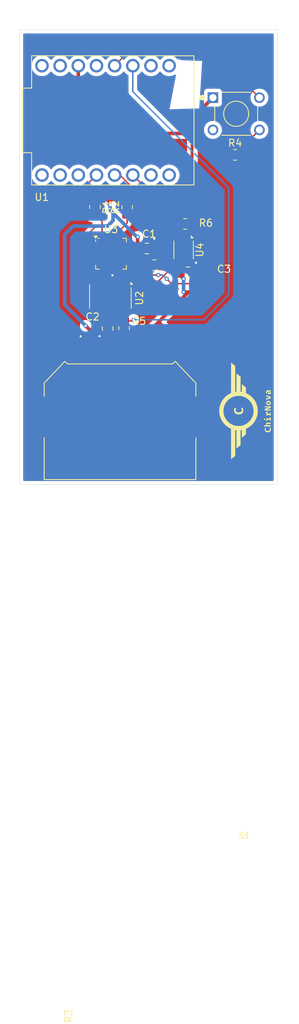
<source format=kicad_pcb>
(kicad_pcb (version 20240108) (generator "pcbnew") (generator_version "8.0")
  (layers (0 "F.Cu" signal) (31 "B.Cu" signal) (34 "B.Paste" user) (35 "F.Paste" user) (36 "B.SilkS" user "B.Silkscreen") (37 "F.SilkS" user "F.Silkscreen") (38 "B.Mask" user) (39 "F.Mask" user) (44 "Edge.Cuts" user))
  (net 0 "")
  (net 1 "3.3V")
  (net 2 "GND")
  (net 3 "SDA")
  (net 4 "SCL")
  (net 5 "Net-(U3-INT)")
  (net 6 "Net-(R4-Pad1)")
  (net 7 "Net-(U1-GPIO2)")
  (net 8 "Net-(U1-GPIO10)")
  (net 10 "Net-(U1-GPIO3)")
  (footprint "Sensor_Motion:InvenSense_QFN-24_4x4mm_P0.5mm" (layer "F.Cu") (at 118.825 148.225)
    (property "Reference" "U3" (at 0 -3.375 0) (layer "F.SilkS"))
    (property "Value" "MPU-6050")
    (fp_line (start -2.15 -1.685) (end -2.15 -1.91) (stroke (width 0.12)) (layer "F.SilkS"))
    (fp_line (start -2.15 2.15) (end -2.15 1.625) (stroke (width 0.12)) (layer "F.SilkS"))
    (fp_line (start -2.15 2.15) (end -1.625 2.15) (stroke (width 0.12)) (layer "F.SilkS"))
    (fp_line (start -1.625 -2.15) (end -1.85 -2.15) (stroke (width 0.12)) (layer "F.SilkS"))
    (fp_line (start 2.15 -2.15) (end 1.625 -2.15) (stroke (width 0.12)) (layer "F.SilkS"))
    (fp_line (start 2.15 -2.15) (end 2.15 -1.625) (stroke (width 0.12)) (layer "F.SilkS"))
    (fp_line (start 2.15 2.15) (end 1.625 2.15) (stroke (width 0.12)) (layer "F.SilkS"))
    (fp_line (start 2.15 2.15) (end 2.15 1.625) (stroke (width 0.12)) (layer "F.SilkS"))
    (fp_poly (pts (xy -2.15 -2.15) (xy -2.39 -2.48) (xy -1.91 -2.48) (xy -2.15 -2.15)) (stroke (width 0.12)) (fill solid) (layer "F.SilkS"))
    (pad "1" smd roundrect (at -1.95 -1.25) (size 0.85 0.3) (layers "F.Cu" "F.Paste" "F.Mask"))
    (pad "2" smd roundrect (at -1.95 -0.75) (size 0.85 0.3) (layers "F.Cu" "F.Paste" "F.Mask"))
    (pad "3" smd roundrect (at -1.95 -0.25) (size 0.85 0.3) (layers "F.Cu" "F.Paste" "F.Mask"))
    (pad "4" smd roundrect (at -1.95 0.25) (size 0.85 0.3) (layers "F.Cu" "F.Paste" "F.Mask"))
    (pad "5" smd roundrect (at -1.95 0.75) (size 0.85 0.3) (layers "F.Cu" "F.Paste" "F.Mask"))
    (pad "6" smd roundrect (at -1.95 1.25) (size 0.85 0.3) (layers "F.Cu" "F.Paste" "F.Mask"))
    (pad "7" smd roundrect (at -1.25 1.95 90) (size 0.85 0.3) (layers "F.Cu" "F.Paste" "F.Mask"))
    (pad "8" smd roundrect (at -0.75 1.95 90) (size 0.85 0.3) (layers "F.Cu" "F.Paste" "F.Mask"))
    (pad "9" smd roundrect (at -0.25 1.95 90) (size 0.85 0.3) (layers "F.Cu" "F.Paste" "F.Mask") (net 2 "GND"))
    (pad "10" smd roundrect (at 0.25 1.95 90) (size 0.85 0.3) (layers "F.Cu" "F.Paste" "F.Mask"))
    (pad "11" smd roundrect (at 0.75 1.95 90) (size 0.85 0.3) (layers "F.Cu" "F.Paste" "F.Mask") (net 2 "GND"))
    (pad "12" smd roundrect (at 1.25 1.95 90) (size 0.85 0.3) (layers "F.Cu" "F.Paste" "F.Mask") (net 5 "Net-(U3-INT)"))
    (pad "13" smd roundrect (at 1.95 1.25) (size 0.85 0.3) (layers "F.Cu" "F.Paste" "F.Mask") (net 1 "3.3V"))
    (pad "14" smd roundrect (at 1.95 0.75) (size 0.85 0.3) (layers "F.Cu" "F.Paste" "F.Mask"))
    (pad "15" smd roundrect (at 1.95 0.25) (size 0.85 0.3) (layers "F.Cu" "F.Paste" "F.Mask"))
    (pad "16" smd roundrect (at 1.95 -0.25) (size 0.85 0.3) (layers "F.Cu" "F.Paste" "F.Mask"))
    (pad "17" smd roundrect (at 1.95 -0.75) (size 0.85 0.3) (layers "F.Cu" "F.Paste" "F.Mask"))
    (pad "18" smd roundrect (at 1.95 -1.25) (size 0.85 0.3) (layers "F.Cu" "F.Paste" "F.Mask") (net 2 "GND"))
    (pad "19" smd roundrect (at 1.25 -1.95 90) (size 0.85 0.3) (layers "F.Cu" "F.Paste" "F.Mask"))
    (pad "20" smd roundrect (at 0.75 -1.95 90) (size 0.85 0.3) (layers "F.Cu" "F.Paste" "F.Mask"))
    (pad "21" smd roundrect (at 0.25 -1.95 90) (size 0.85 0.3) (layers "F.Cu" "F.Paste" "F.Mask"))
    (pad "22" smd roundrect (at -0.25 -1.95 90) (size 0.85 0.3) (layers "F.Cu" "F.Paste" "F.Mask"))
    (pad "23" smd roundrect (at -0.75 -1.95 90) (size 0.85 0.3) (layers "F.Cu" "F.Paste" "F.Mask") (net 4 "SCL"))
    (pad "24" smd roundrect (at -1.25 -1.95 90) (size 0.85 0.3) (layers "F.Cu" "F.Paste" "F.Mask") (net 3 "SDA"))
    (zone (net 0) (net_name "") (layer "F.Cu") (connect_pads (clearance 0)) (min_thickness 0.254)
      (keepout (tracks not_allowed) (vias not_allowed) (pads not_allowed) (copperpour not_allowed) (footprints allowed))
      (fill (thermal_gap 0.508) (thermal_bridge_width 0.508))
      (polygon (pts (xy 117.45 146.9) (xy 120.2 146.9) (xy 120.2 149.55) (xy 117.45 149.55)))
    )
  )
  (footprint "Capacitor_SMD:C_0805_2012Metric_Pad1.18x1.45mm_HandSolder" (layer "F.Cu") (at 118.35 158.6625 -90)
    (property "Reference" "C2" (at -1.6425 2.11 180) (layer "F.SilkS"))
    (property "Value" "0.1u")
    (fp_line (start -0.261252 0.735) (end 0.261252 0.735) (stroke (width 0.12)) (layer "F.SilkS"))
    (fp_line (start -0.261252 -0.735) (end 0.261252 -0.735) (stroke (width 0.12)) (layer "F.SilkS"))
    (pad "1" smd roundrect (at -1.0375 0 270) (size 1.175 1.45) (layers "F.Cu" "F.Paste" "F.Mask") (roundrect_rratio 0.212766) (net 1 "3.3V"))
    (pad "2" smd roundrect (at 1.0375 0 270) (size 1.175 1.45) (layers "F.Cu" "F.Paste" "F.Mask") (roundrect_rratio 0.212766) (net 2 "GND"))
  )
  (footprint "Resistor_SMD:R_0805_2012Metric_Pad1.20x1.40mm_HandSolder" (layer "F.Cu") (at 121.075 141.75 90)
    (property "Reference" "R2" (at 0 -1.65 90) (layer "F.SilkS"))
    (property "Value" "4.7k")
    (fp_line (start -0.227064 -0.735) (end 0.227064 -0.735) (stroke (width 0.12)) (layer "F.SilkS"))
    (fp_line (start -0.227064 0.735) (end 0.227064 0.735) (stroke (width 0.12)) (layer "F.SilkS"))
    (pad "1" smd roundrect (at -1 0 90) (size 1.2 1.4) (layers "F.Cu" "F.Paste" "F.Mask") (roundrect_rratio 0.208333) (net 4 "SCL"))
    (pad "2" smd roundrect (at 1 0 90) (size 1.2 1.4) (layers "F.Cu" "F.Paste" "F.Mask") (roundrect_rratio 0.208333) (net 1 "3.3V"))
  )
  (footprint "Resistor_SMD:R_0805_2012Metric_Pad1.20x1.40mm_HandSolder" (layer "F.Cu") (at 124.875 149.825)
    (property "Reference" "R3" (at -11.9725 104.665 -90) (layer "F.SilkS"))
    (property "Value" "10k")
    (fp_line (start -0.227064 -0.735) (end 0.227064 -0.735) (stroke (width 0.12)) (layer "F.SilkS"))
    (fp_line (start -0.227064 0.735) (end 0.227064 0.735) (stroke (width 0.12)) (layer "F.SilkS"))
    (pad "1" smd roundrect (at -1 0) (size 1.2 1.4) (layers "F.Cu" "F.Paste" "F.Mask") (roundrect_rratio 0.208333) (net 5 "Net-(U3-INT)"))
    (pad "2" smd roundrect (at 1 0) (size 1.2 1.4) (layers "F.Cu" "F.Paste" "F.Mask") (roundrect_rratio 0.208333) (net 2 "GND"))
  )
  (footprint "Capacitor_SMD:C_0805_2012Metric_Pad1.18x1.45mm_HandSolder" (layer "F.Cu") (at 129.5625 150.825 180)
    (property "Reference" "C3" (at -5.0675 0.455 0) (layer "F.SilkS"))
    (property "Value" "0.1u")
    (fp_line (start -0.261252 0.735) (end 0.261252 0.735) (stroke (width 0.12)) (layer "F.SilkS"))
    (fp_line (start -0.261252 -0.735) (end 0.261252 -0.735) (stroke (width 0.12)) (layer "F.SilkS"))
    (pad "1" smd roundrect (at -1.0375 0 180) (size 1.175 1.45) (layers "F.Cu" "F.Paste" "F.Mask") (roundrect_rratio 0.212766) (net 2 "GND"))
    (pad "2" smd roundrect (at 1.0375 0 180) (size 1.175 1.45) (layers "F.Cu" "F.Paste" "F.Mask") (roundrect_rratio 0.212766) (net 1 "3.3V"))
  )
  (footprint "Capacitor_SMD:C_0805_2012Metric_Pad1.18x1.45mm_HandSolder" (layer "F.Cu") (at 123.8375 147.5 180)
    (property "Reference" "C1" (at -0.3125 2.03 0) (layer "F.SilkS"))
    (property "Value" "0.1u")
    (fp_line (start -0.261252 0.735) (end 0.261252 0.735) (stroke (width 0.12)) (layer "F.SilkS"))
    (fp_line (start -0.261252 -0.735) (end 0.261252 -0.735) (stroke (width 0.12)) (layer "F.SilkS"))
    (pad "1" smd roundrect (at -1.0375 0 180) (size 1.175 1.45) (layers "F.Cu" "F.Paste" "F.Mask") (roundrect_rratio 0.212766) (net 2 "GND"))
    (pad "2" smd roundrect (at 1.0375 0 180) (size 1.175 1.45) (layers "F.Cu" "F.Paste" "F.Mask") (roundrect_rratio 0.212766) (net 1 "3.3V"))
  )
  (footprint "Module:ESP32 C3_MINI" (layer "F.Cu") (at 119.07 129.645 90)
    (property "Reference" "U1" (at -10.705 -9.92 180) (layer "F.SilkS"))
    (property "Value" "ESP32-C3_SUPERMINI_TH")
    (fp_line (start 4.5 -12.65) (end -4.5 -12.65) (stroke (width 0.127)) (layer "F.SilkS"))
    (fp_line (start 4.5 -12.65) (end 4.5 -11.35) (stroke (width 0.127)) (layer "F.SilkS"))
    (fp_line (start -4.5 -12.65) (end -4.5 -11.35) (stroke (width 0.127)) (layer "F.SilkS"))
    (fp_line (start 9 -11.35) (end 4.5 -11.35) (stroke (width 0.127)) (layer "F.SilkS"))
    (fp_line (start -4.5 -11.35) (end -9 -11.35) (stroke (width 0.127)) (layer "F.SilkS"))
    (fp_line (start 9 11.35) (end 9 -11.35) (stroke (width 0.127)) (layer "F.SilkS"))
    (fp_line (start 9 11.35) (end -9 11.35) (stroke (width 0.127)) (layer "F.SilkS"))
    (fp_line (start -9 11.35) (end -9 -11.35) (stroke (width 0.127)) (layer "F.SilkS"))
    (pad "0" thru_hole circle (at 7.62 7.88 90) (size 1.905 1.905) (drill 1.27) (layers "*.Cu" "*.Mask"))
    (pad "1" thru_hole circle (at 7.62 5.34 90) (size 1.905 1.905) (drill 1.27) (layers "*.Cu" "*.Mask"))
    (pad "2" thru_hole circle (at 7.62 2.8 90) (size 1.905 1.905) (drill 1.27) (layers "*.Cu" "*.Mask") (net 7 "Net-(U1-GPIO2)"))
    (pad "3" thru_hole circle (at 7.62 0.26 90) (size 1.905 1.905) (drill 1.27) (layers "*.Cu" "*.Mask") (net 10 "Net-(U1-GPIO3)"))
    (pad "3.3" thru_hole circle (at 7.62 -4.82 90) (size 1.905 1.905) (drill 1.27) (layers "*.Cu" "*.Mask") (net 1 "3.3V"))
    (pad "4" thru_hole circle (at 7.62 -2.28 90) (size 1.905 1.905) (drill 1.27) (layers "*.Cu" "*.Mask"))
    (pad "5" thru_hole circle (at -7.62 -9.9 90) (size 1.905 1.905) (drill 1.27) (layers "*.Cu" "*.Mask"))
    (pad "5V" thru_hole circle (at 7.62 -9.9 90) (size 1.905 1.905) (drill 1.27) (layers "*.Cu" "*.Mask"))
    (pad "6" thru_hole circle (at -7.62 -7.36 90) (size 1.905 1.905) (drill 1.27) (layers "*.Cu" "*.Mask"))
    (pad "7" thru_hole circle (at -7.62 -4.82 90) (size 1.905 1.905) (drill 1.27) (layers "*.Cu" "*.Mask"))
    (pad "8" thru_hole circle (at -7.62 -2.28 90) (size 1.905 1.905) (drill 1.27) (layers "*.Cu" "*.Mask") (net 3 "SDA"))
    (pad "9" thru_hole circle (at -7.62 0.26 90) (size 1.905 1.905) (drill 1.27) (layers "*.Cu" "*.Mask") (net 4 "SCL"))
    (pad "10" thru_hole circle (at -7.62 2.8 90) (size 1.905 1.905) (drill 1.27) (layers "*.Cu" "*.Mask") (net 8 "Net-(U1-GPIO10)"))
    (pad "20" thru_hole circle (at -7.62 5.34 90) (size 1.905 1.905) (drill 1.27) (layers "*.Cu" "*.Mask"))
    (pad "21" thru_hole circle (at -7.62 7.88 90) (size 1.905 1.905) (drill 1.27) (layers "*.Cu" "*.Mask"))
    (pad "G" thru_hole circle (at 7.62 -7.36 90) (size 1.905 1.905) (drill 1.27) (layers "*.Cu" "*.Mask"))
  )
  (footprint "3034:BAT_3034" (layer "F.Cu") (at 120.08 170.98)
    (property "Reference" "BT1" (hide yes))
    (property "Value" "3034")
    (fp_line (start -10.605 -4.72297) (end -10.605 -2.9) (stroke (width 0.127)) (layer "F.SilkS"))
    (fp_line (start -10.605 8.7286) (end -10.605 2.9) (stroke (width 0.127)) (layer "F.SilkS"))
    (fp_line (start -10.605 8.7286) (end 10.605 8.7286) (stroke (width 0.127)) (layer "F.SilkS"))
    (fp_line (start -7.73413 -7.74146) (end -10.605 -4.72297) (stroke (width 0.127)) (layer "F.SilkS"))
    (fp_line (start -7.73413 -7.74146) (end -7.366 -7.3914) (stroke (width 0.127)) (layer "F.SilkS"))
    (fp_line (start -7.366 -7.3914) (end 7.366 -7.3914) (stroke (width 0.127)) (layer "F.SilkS"))
    (fp_line (start 7.366 -7.3914) (end 7.73413 -7.74146) (stroke (width 0.127)) (layer "F.SilkS"))
    (fp_line (start 7.73413 -7.74146) (end 10.605 -4.72297) (stroke (width 0.127)) (layer "F.SilkS"))
    (fp_line (start 10.605 -4.72297) (end 10.605 -2.9) (stroke (width 0.127)) (layer "F.SilkS"))
    (fp_line (start 10.605 8.7286) (end 10.605 2.9) (stroke (width 0.127)) (layer "F.SilkS"))
    (pad "N" smd rect (at 0 0) (size 3.96 3.96) (layers "F.Cu" "F.Mask") (net 2 "GND"))
    (pad "P1" smd rect (at -10.985 0) (size 1.27 5.08) (layers "F.Cu" "F.Paste" "F.Mask") (net 1 "3.3V"))
    (pad "P2" smd rect (at 10.985 0) (size 1.27 5.08) (layers "F.Cu" "F.Paste" "F.Mask") (net 1 "3.3V"))
  )
  (footprint "Resistor_SMD:R_0805_2012Metric_Pad1.20x1.40mm_HandSolder" (layer "F.Cu") (at 136.175 134.45)
    (property "Reference" "R4" (at 0 -1.65 0) (layer "F.SilkS"))
    (property "Value" "10k")
    (fp_line (start -0.227064 -0.735) (end 0.227064 -0.735) (stroke (width 0.12)) (layer "F.SilkS"))
    (fp_line (start -0.227064 0.735) (end 0.227064 0.735) (stroke (width 0.12)) (layer "F.SilkS"))
    (pad "1" smd roundrect (at -1 0) (size 1.2 1.4) (layers "F.Cu" "F.Paste" "F.Mask") (roundrect_rratio 0.208333) (net 6 "Net-(R4-Pad1)"))
    (pad "2" smd roundrect (at 1 0) (size 1.2 1.4) (layers "F.Cu" "F.Paste" "F.Mask") (roundrect_rratio 0.208333) (net 2 "GND"))
  )
  (footprint "Resistor_SMD:R_0805_2012Metric_Pad1.20x1.40mm_HandSolder" (layer "F.Cu") (at 116.575 141.725 -90)
    (property "Reference" "R1" (at 0 -1.65 90) (layer "F.SilkS"))
    (property "Value" "4.7k")
    (fp_line (start -0.227064 0.735) (end 0.227064 0.735) (stroke (width 0.12)) (layer "F.SilkS"))
    (fp_line (start -0.227064 -0.735) (end 0.227064 -0.735) (stroke (width 0.12)) (layer "F.SilkS"))
    (pad "1" smd roundrect (at -1 0 270) (size 1.2 1.4) (layers "F.Cu" "F.Paste" "F.Mask") (roundrect_rratio 0.208333) (net 1 "3.3V"))
    (pad "2" smd roundrect (at 1 0 270) (size 1.2 1.4) (layers "F.Cu" "F.Paste" "F.Mask") (roundrect_rratio 0.208333) (net 3 "SDA"))
  )
  (footprint "Button_Switch_THT:SW_FSM8JH" (layer "F.Cu") (at 136.325 128.725)
    (property "Reference" "S1" (at 1.1425 100.59 0) (layer "F.SilkS") (effects (font (size 0.801197 0.801197))))
    (property "Value" "FSM8JH")
    (fp_line (start -3 -1) (end -3 1) (stroke (width 0.127)) (layer "F.SilkS"))
    (fp_line (start -2 -3) (end 2 -3) (stroke (width 0.127)) (layer "F.SilkS"))
    (fp_line (start -2 3) (end 2 3) (stroke (width 0.127)) (layer "F.SilkS"))
    (fp_line (start 3 -1) (end 3 1) (stroke (width 0.127)) (layer "F.SilkS"))
    (fp_circle (center -4.75 -2.25) (end -4.55 -2.25) (stroke (width 0.4)) (fill none) (layer "F.SilkS"))
    (fp_circle (center 0 0) (end 1.75 0) (stroke (width 0.127)) (fill none) (layer "F.SilkS"))
    (pad "1" thru_hole rect (at -3.25 -2.25) (size 1.498 1.498) (drill 0.99) (layers "*.Cu" "*.Mask") (net 1 "3.3V"))
    (pad "2" thru_hole circle (at -3.25 2.25) (size 1.498 1.498) (drill 0.99) (layers "*.Cu" "*.Mask"))
    (pad "3" thru_hole circle (at 3.25 -2.25) (size 1.498 1.498) (drill 0.99) (layers "*.Cu" "*.Mask") (net 10 "Net-(U1-GPIO3)"))
    (pad "4" thru_hole circle (at 3.25 2.25) (size 1.498 1.498) (drill 0.99) (layers "*.Cu" "*.Mask") (net 6 "Net-(R4-Pad1)"))
  )
  (footprint "LOGO" (layer "F.Cu") (at 137.58 170.14 90)
    (property "Reference" "G***" (hide yes))
    (property "Value" "LOGO" (hide yes))
    (fp_poly (pts (xy -1.117403 2.614413) (xy -1.075636 2.637684) (xy -1.054329 2.674574) (xy -1.050517 2.707583) (xy -1.0595 2.755063) (xy -1.087634 2.787108) (xy -1.11465 2.800063) (xy -1.145139 2.80999) (xy -1.164444 2.811871) (xy -1.184987 2.805923) (xy -1.196126 2.801484) (xy -1.223847 2.78292) (xy -1.243024 2.761976) (xy -1.260584 2.719326) (xy -1.25712 2.678137) (xy -1.23644 2.64288) (xy -1.202351 2.618027) (xy -1.15866 2.608051)) (fill solid) (layer "F.SilkS"))
    (fp_poly (pts (xy -1.155918 2.939215) (xy -1.107435 2.940337) (xy -1.076345 2.942784) (xy -1.058841 2.947029) (xy -1.051114 2.953547) (xy -1.049407 2.960832) (xy -1.049009 2.979865) (xy -1.048573 3.019546) (xy -1.048135 3.075515) (xy -1.047727 3.143408) (xy -1.047392 3.217209) (xy -1.046487 3.451699) (xy -0.962984 3.451699) (xy -0.879481 3.451699) (xy -0.878746 3.51423) (xy -0.878011 3.57676) (xy -1.13935 3.57676) (xy -1.400689 3.57676) (xy -1.400689 3.51423) (xy -1.400689 3.451699) (xy -1.313146 3.451699) (xy -1.225603 3.451699) (xy -1.225603 3.257854) (xy -1.225603 3.064008) (xy -1.313146 3.064008) (xy -1.400689 3.064008) (xy -1.400689 3.001477) (xy -1.400689 2.938947) (xy -1.225603 2.938947)) (fill solid) (layer "F.SilkS"))
    (fp_poly (pts (xy 1.760908 2.979592) (xy 1.76759 3.005355) (xy 1.778813 3.050327) (xy 1.793316 3.109384) (xy 1.80984 3.177406) (xy 1.8209 3.223308) (xy 1.837422 3.290575) (xy 1.852335 3.348449) (xy 1.864553 3.392932) (xy 1.87299 3.420027) (xy 1.876167 3.426533) (xy 1.881143 3.415067) (xy 1.891235 3.382998) (xy 1.905397 3.333964) (xy 1.922584 3.271602) (xy 1.94175 3.19955) (xy 1.945301 3.185943) (xy 2.007938 2.9452) (xy 2.099818 2.941494) (xy 2.148469 2.940523) (xy 2.176028 2.942853) (xy 2.186265 2.949031) (xy 2.185974 2.954) (xy 2.180689 2.969923) (xy 2.168806 3.006259) (xy 2.151426 3.059625) (xy 2.129651 3.126636) (xy 2.104581 3.203907) (xy 2.082036 3.273486) (xy 1.983822 3.57676) (xy 1.874666 3.57676) (xy 1.765511 3.57676) (xy 1.65912 3.257854) (xy 1.55273 2.938947) (xy 1.651208 2.938947) (xy 1.749686 2.938947)) (fill solid) (layer "F.SilkS"))
    (fp_poly (pts (xy -1.988478 2.824087) (xy -1.988478 2.987635) (xy -1.918425 2.950785) (xy -1.854549 2.923467) (xy -1.799913 2.915407) (xy -1.74839 2.926126) (xy -1.726738 2.935839) (xy -1.698003 2.951485) (xy -1.675852 2.967691) (xy -1.659392 2.987809) (xy -1.647728 3.015192) (xy -1.639966 3.05319) (xy -1.635213 3.105156) (xy -1.632573 3.174442) (xy -1.631153 3.264399) (xy -1.630837 3.295362) (xy -1.628235 3.564254) (xy -1.720814 3.564254) (xy -1.813392 3.564254) (xy -1.813392 3.332068) (xy -1.814091 3.249776) (xy -1.816066 3.179251) (xy -1.819137 3.124077) (xy -1.823123 3.087836) (xy -1.826338 3.075692) (xy -1.849542 3.05576) (xy -1.884313 3.052777) (xy -1.924225 3.066318) (xy -1.95 3.083879) (xy -1.988478 3.116256) (xy -1.988478 3.340255) (xy -1.988478 3.564254) (xy -2.082274 3.564254) (xy -2.176071 3.564254) (xy -2.176071 3.120286) (xy -2.176071 2.676317) (xy -2.129173 2.67618) (xy -2.082432 2.673819) (xy -2.035615 2.66833) (xy -2.035376 2.66829) (xy -1.988478 2.660539)) (fill solid) (layer "F.SilkS"))
    (fp_poly (pts (xy 0.184115 2.741522) (xy 0.305699 2.745101) (xy 0.407691 3.067684) (xy 0.434984 3.153218) (xy 0.460241 3.23088) (xy 0.482387 3.297483) (xy 0.500347 3.349837) (xy 0.513046 3.384753) (xy 0.519407 3.399042) (xy 0.519464 3.399097) (xy 0.523341 3.396846) (xy 0.519186 3.382915) (xy 0.516166 3.363828) (xy 0.513018 3.323468) (xy 0.509921 3.265573) (xy 0.507055 3.193878) (xy 0.504598 3.112123) (xy 0.503169 3.048375) (xy 0.497209 2.738848) (xy 0.573765 2.738848) (xy 0.65032 2.738848) (xy 0.65032 3.158274) (xy 0.65032 3.577699) (xy 0.535455 3.574103) (xy 0.42059 3.570507) (xy 0.310754 3.239094) (xy 0.282887 3.156089) (xy 0.258021 3.084112) (xy 0.237057 3.025601) (xy 0.220898 2.982995) (xy 0.210443 2.958731) (xy 0.206595 2.955248) (xy 0.206746 2.957706) (xy 0.208791 2.98467) (xy 0.211266 3.032259) (xy 0.213989 3.096093) (xy 0.216781 3.171792) (xy 0.219461 3.254976) (xy 0.220542 3.292245) (xy 0.228508 3.57676) (xy 0.14552 3.57676) (xy 0.062531 3.57676) (xy 0.062531 3.157351) (xy 0.062531 2.737942)) (fill solid) (layer "F.SilkS"))
    (fp_poly (pts (xy -0.126806 2.925971) (xy -0.079464 2.938719) (xy -0.095559 3.060768) (xy -0.102461 3.113675) (xy -0.107981 3.157071) (xy -0.111383 3.185111) (xy -0.112105 3.192196) (xy -0.123576 3.197795) (xy -0.152073 3.20115) (xy -0.168833 3.201576) (xy -0.225111 3.201576) (xy -0.225111 3.145298) (xy -0.228588 3.10683) (xy -0.240495 3.090382) (xy -0.263043 3.095262) (xy -0.298444 3.120775) (xy -0.299736 3.121859) (xy -0.342978 3.167539) (xy -0.370606 3.221139) (xy -0.384716 3.288125) (xy -0.387691 3.351151) (xy -0.387691 3.451699) (xy -0.32516 3.451699) (xy -0.262629 3.451699) (xy -0.262629 3.51423) (xy -0.262629 3.57676) (xy -0.456474 3.57676) (xy -0.65032 3.57676) (xy -0.65032 3.51423) (xy -0.6495 3.477213) (xy -0.64446 3.458754) (xy -0.631329 3.452401) (xy -0.612801 3.451699) (xy -0.575283 3.451699) (xy -0.575283 3.257854) (xy -0.575283 3.064008) (xy -0.612801 3.064008) (xy -0.634949 3.06266) (xy -0.646033 3.054331) (xy -0.64988 3.032593) (xy -0.65032 3.00099) (xy -0.65032 2.937973) (xy -0.54142 2.941586) (xy -0.43252 2.9452) (xy -0.422439 2.995224) (xy -0.412385 3.040682) (xy -0.403101 3.062713) (xy -0.391102 3.062538) (xy -0.372901 3.041375) (xy -0.356908 3.018153) (xy -0.30659 2.962611) (xy -0.246529 2.928978) (xy -0.179458 2.918351)) (fill solid) (layer "F.SilkS"))
    (fp_poly (pts (xy -2.512853 2.737742) (xy -2.430542 2.760624) (xy -2.37288 2.791576) (xy -2.338325 2.81582) (xy -2.363306 2.849244) (xy -2.392502 2.888375) (xy -2.411889 2.910569) (xy -2.427625 2.918142) (xy -2.445869 2.913411) (xy -2.472779 2.898691) (xy -2.481571 2.893729) (xy -2.54844 2.867999) (xy -2.612742 2.865708) (xy -2.671532 2.886577) (xy -2.708353 2.91534) (xy -2.74484 2.966642) (xy -2.76977 3.031943) (xy -2.783365 3.10601) (xy -2.78585 3.183609) (xy -2.777447 3.259508) (xy -2.75838 3.328473) (xy -2.728873 3.385272) (xy -2.689148 3.424672) (xy -2.686547 3.426306) (xy -2.628281 3.448101) (xy -2.561795 3.450631) (xy -2.494546 3.434121) (xy -2.464308 3.419571) (xy -2.408627 3.387744) (xy -2.367855 3.435354) (xy -2.344307 3.464167) (xy -2.329349 3.484989) (xy -2.326614 3.490682) (xy -2.336342 3.503174) (xy -2.361925 3.521984) (xy -2.39651 3.542942) (xy -2.433246 3.561877) (xy -2.463712 3.574134) (xy -2.554671 3.592432) (xy -2.648614 3.59331) (xy -2.681049 3.589061) (xy -2.767488 3.562136) (xy -2.840779 3.515018) (xy -2.899617 3.449546) (xy -2.942697 3.367556) (xy -2.968715 3.270888) (xy -2.976465 3.172893) (xy -2.967686 3.056387) (xy -2.941296 2.957602) (xy -2.897215 2.876417) (xy -2.835361 2.812711) (xy -2.755655 2.766363) (xy -2.690234 2.744449) (xy -2.601833 2.731992)) (fill solid) (layer "F.SilkS"))
    (fp_poly (pts (xy 1.169704 2.935822) (xy 1.23554 2.951174) (xy 1.259271 2.961455) (xy 1.322853 3.008198) (xy 1.37053 3.072772) (xy 1.401023 3.152717) (xy 1.413054 3.245574) (xy 1.413196 3.257438) (xy 1.40432 3.355686) (xy 1.378216 3.438782) (xy 1.335673 3.505157) (xy 1.277477 3.553238) (xy 1.260335 3.562331) (xy 1.194353 3.584708) (xy 1.12021 3.595457) (xy 1.050613 3.592958) (xy 1.038011 3.590652) (xy 0.957611 3.562233) (xy 0.894045 3.51551) (xy 0.847702 3.451023) (xy 0.818969 3.369315) (xy 0.808236 3.270927) (xy 0.808228 3.27036) (xy 0.811 3.237649) (xy 0.991766 3.237649) (xy 0.992243 3.299009) (xy 1.001557 3.357103) (xy 1.020219 3.406438) (xy 1.034631 3.427821) (xy 1.073736 3.457455) (xy 1.118438 3.464858) (xy 1.162451 3.449751) (xy 1.181572 3.434337) (xy 1.205689 3.399993) (xy 1.219934 3.35293) (xy 1.225119 3.289128) (xy 1.223497 3.226908) (xy 1.212775 3.153685) (xy 1.189951 3.102232) (xy 1.154768 3.072288) (xy 1.10697 3.063593) (xy 1.067993 3.069466) (xy 1.038239 3.088933) (xy 1.015276 3.127116) (xy 0.999614 3.17852) (xy 0.991766 3.237649) (xy 0.811 3.237649) (xy 0.816575 3.171869) (xy 0.844241 3.087847) (xy 0.890696 3.019326) (xy 0.955409 2.967337) (xy 0.96731 2.960681) (xy 1.025807 2.94055) (xy 1.096532 2.932272)) (fill solid) (layer "F.SilkS"))
    (fp_poly (pts (xy 0.178213 -1.551271) (xy 0.247271 -1.535812) (xy 0.319123 -1.511632) (xy 0.385248 -1.482161) (xy 0.43712 -1.45083) (xy 0.446811 -1.443153) (xy 0.474665 -1.419448) (xy 0.405313 -1.334788) (xy 0.33596 -1.250127) (xy 0.300121 -1.275647) (xy 0.228532 -1.313057) (xy 0.145125 -1.334317) (xy 0.091726 -1.338158) (xy 0.012707 -1.327079) (xy -0.054795 -1.29458) (xy -0.110135 -1.241768) (xy -0.152663 -1.169751) (xy -0.181734 -1.079636) (xy -0.196698 -0.972532) (xy -0.196909 -0.849545) (xy -0.196639 -0.844924) (xy -0.182057 -0.732342) (xy -0.15323 -0.639912) (xy -0.1103 -0.56781) (xy -0.053408 -0.516212) (xy 0.017302 -0.485296) (xy 0.09983 -0.475234) (xy 0.1773 -0.482574) (xy 0.248172 -0.506593) (xy 0.316618 -0.546877) (xy 0.364354 -0.579846) (xy 0.394463 -0.543172) (xy 0.421579 -0.508648) (xy 0.451305 -0.468725) (xy 0.458089 -0.459266) (xy 0.474666 -0.435322) (xy 0.481917 -0.418008) (xy 0.477374 -0.402782) (xy 0.45857 -0.385105) (xy 0.423037 -0.360433) (xy 0.393944 -0.341232) (xy 0.318193 -0.302873) (xy 0.226938 -0.275051) (xy 0.127956 -0.259165) (xy 0.029026 -0.25661) (xy -0.037518 -0.263759) (xy -0.143937 -0.294282) (xy -0.241336 -0.34566) (xy -0.325812 -0.415045) (xy -0.393459 -0.499589) (xy -0.41657 -0.540229) (xy -0.461002 -0.653414) (xy -0.487662 -0.777843) (xy -0.496453 -0.907537) (xy -0.487278 -1.036514) (xy -0.460038 -1.158795) (xy -0.428033 -1.241798) (xy -0.368807 -1.339551) (xy -0.292204 -1.421143) (xy -0.201083 -1.485117) (xy -0.098304 -1.530011) (xy 0.013273 -1.554366) (xy 0.130788 -1.556722)) (fill solid) (layer "F.SilkS"))
    (fp_poly (pts (xy 2.66032 2.932628) (xy 2.736822 2.948733) (xy 2.798856 2.978208) (xy 2.843141 3.020225) (xy 2.854511 3.039063) (xy 2.863917 3.062898) (xy 2.870303 3.093356) (xy 2.874172 3.135322) (xy 2.876026 3.193681) (xy 2.876396 3.251944) (xy 2.877006 3.324887) (xy 2.879109 3.377143) (xy 2.883141 3.413014) (xy 2.889541 3.436802) (xy 2.896539 3.449851) (xy 2.90821 3.471433) (xy 2.909896 3.494921) (xy 2.902105 3.530526) (xy 2.900799 3.535236) (xy 2.890197 3.569368) (xy 2.879246 3.584939) (xy 2.86119 3.587567) (xy 2.841205 3.584796) (xy 2.801979 3.570936) (xy 2.765246 3.546731) (xy 2.762591 3.544279) (xy 2.727707 3.510858) (xy 2.689871 3.542695) (xy 2.654364 3.564548) (xy 2.608537 3.58284) (xy 2.588524 3.588152) (xy 2.545713 3.596736) (xy 2.51624 3.599633) (xy 2.489067 3.59676) (xy 2.453154 3.588034) (xy 2.449701 3.587115) (xy 2.412481 3.570262) (xy 2.373973 3.542654) (xy 2.362966 3.532269) (xy 2.337885 3.502511) (xy 2.324168 3.472496) (xy 2.317446 3.431392) (xy 2.316215 3.416325) (xy 2.31754 3.380742) (xy 2.501231 3.380742) (xy 2.51103 3.423994) (xy 2.537565 3.452123) (xy 2.576547 3.463555) (xy 2.623685 3.456712) (xy 2.660685 3.43933) (xy 2.684933 3.42219) (xy 2.696972 3.40336) (xy 2.701003 3.373639) (xy 2.70133 3.35033) (xy 2.70133 3.286113) (xy 2.626761 3.291506) (xy 2.564976 3.301692) (xy 2.524754 3.322434) (xy 2.504485 3.354879) (xy 2.501231 3.380742) (xy 2.31754 3.380742) (xy 2.318812 3.346557) (xy 2.338603 3.290383) (xy 2.376895 3.24673) (xy 2.434995 3.214526) (xy 2.51421 3.192696) (xy 2.60263 3.181199) (xy 2.651903 3.176593) (xy 2.681308 3.171638) (xy 2.695939 3.164388) (xy 2.700888 3.152897) (xy 2.70133 3.1435) (xy 2.692709 3.113234) (xy 2.674658 3.087361) (xy 2.658924 3.074144) (xy 2.640407 3.066854) (xy 2.612576 3.064472) (xy 2.568901 3.06598) (xy 2.54647 3.067383) (xy 2.496377 3.071478) (xy 2.454488 3.076342) (xy 2.428292 3.081066) (xy 2.425173 3.082079) (xy 2.409682 3.080709) (xy 2.394844 3.060548) (xy 2.384545 3.037008) (xy 2.374103 3.003192) (xy 2.371812 2.97908) (xy 2.373876 2.973756) (xy 2.390329 2.966404) (xy 2.424463 2.956314) (xy 2.469401 2.945483) (xy 2.477035 2.943835) (xy 2.572631 2.930719)) (fill solid) (layer "F.SilkS"))
    (fp_poly (pts (xy 0.140251 -3.618523) (xy 0.255846 -3.613674) (xy 0.359531 -3.604705) (xy 0.457794 -3.590781) (xy 0.557127 -3.571066) (xy 0.66402 -3.544724) (xy 0.72845 -3.527091) (xy 0.972475 -3.445699) (xy 1.205916 -3.342168) (xy 1.427455 -3.217593) (xy 1.635776 -3.073067) (xy 1.829562 -2.909683) (xy 2.007497 -2.728534) (xy 2.168264 -2.530715) (xy 2.310548 -2.317318) (xy 2.415149 -2.126159) (xy 2.489642 -1.976044) (xy 4.613911 -1.972882) (xy 6.738179 -1.969719) (xy 6.505792 -1.678951) (xy 6.273404 -1.388183) (xy 4.468608 -1.388183) (xy 4.220575 -1.388175) (xy 3.996354 -1.388142) (xy 3.794745 -1.388068) (xy 3.614547 -1.387937) (xy 3.454559 -1.387734) (xy 3.313583 -1.387443) (xy 3.190417 -1.387049) (xy 3.08386 -1.386537) (xy 2.992713 -1.385891) (xy 2.915775 -1.385096) (xy 2.851847 -1.384136) (xy 2.799726 -1.382995) (xy 2.758214 -1.381659) (xy 2.726109 -1.380111) (xy 2.702212 -1.378336) (xy 2.685322 -1.376319) (xy 2.674239 -1.374045) (xy 2.667762 -1.371497) (xy 2.664691 -1.36866) (xy 2.663825 -1.365519) (xy 2.663811 -1.364916) (xy 2.665471 -1.338613) (xy 2.669648 -1.299905) (xy 2.671756 -1.283685) (xy 2.679701 -1.22572) (xy 3.958571 -1.222535) (xy 5.237442 -1.21935) (xy 5.005054 -0.928582) (xy 4.772665 -0.637814) (xy 3.724491 -0.637814) (xy 3.538312 -0.637798) (xy 3.375571 -0.637728) (xy 3.234693 -0.637568) (xy 3.114104 -0.637284) (xy 3.012229 -0.636841) (xy 2.927494 -0.636203) (xy 2.858324 -0.635336) (xy 2.803145 -0.634204) (xy 2.760382 -0.632774) (xy 2.728461 -0.631009) (xy 2.705807 -0.628875) (xy 2.690845 -0.626337) (xy 2.682002 -0.623361) (xy 2.677703 -0.61991) (xy 2.676373 -0.61595) (xy 2.676317 -0.614547) (xy 2.674657 -0.588234) (xy 2.670481 -0.549533) (xy 2.668383 -0.533391) (xy 2.660448 -0.475502) (xy 3.198579 -0.472241) (xy 3.736709 -0.468981) (xy 3.504318 -0.178212) (xy 3.271927 0.112556) (xy 2.881434 0.112556) (xy 2.490941 0.112556) (xy 2.421621 0.25325) (xy 2.299595 0.473478) (xy 2.156052 0.683865) (xy 1.993602 0.881164) (xy 1.814854 1.062128) (xy 1.67402 1.183299) (xy 1.493036 1.314276) (xy 1.29421 1.432921) (xy 1.082686 1.536757) (xy 0.863611 1.623306) (xy 0.642131 1.690089) (xy 0.600098 1.700364) (xy 0.495262 1.72077) (xy 0.372681 1.737685) (xy 0.239438 1.750654) (xy 0.102616 1.759223) (xy -0.030702 1.762937) (xy -0.153435 1.761343) (xy -0.250123 1.754879) (xy -0.510139 1.716091) (xy -0.761678 1.65436) (xy -1.003555 1.570498) (xy -1.234587 1.465316) (xy -1.453589 1.339626) (xy -1.659377 1.194239) (xy -1.850767 1.029967) (xy -2.026574 0.847622) (xy -2.185615 0.648015) (xy -2.326706 0.431957) (xy -2.41383 0.272009) (xy -2.494053 0.112556) (xy -2.88299 0.112556) (xy -3.271926 0.112556) (xy -3.504317 -0.178212) (xy -3.736708 -0.468981) (xy -3.198578 -0.472241) (xy -2.660448 -0.475502) (xy -2.668382 -0.533391) (xy -2.673225 -0.57359) (xy -2.676033 -0.606325) (xy -2.676317 -0.614547) (xy -2.677021 -0.61868) (xy -2.680181 -0.622292) (xy -2.687374 -0.625419) (xy -2.700173 -0.628096) (xy -2.720152 -0.630357) (xy -2.748886 -0.632238) (xy -2.78795 -0.633774) (xy -2.838919 -0.634998) (xy -2.903366 -0.635948) (xy -2.982866 -0.636656) (xy -3.078994 -0.637159) (xy -3.193324 -0.637491) (xy -3.32743 -0.637687) (xy -3.482888 -0.637783) (xy -3.661272 -0.637812) (xy -3.724491 -0.637814) (xy -4.772665 -0.637814) (xy -5.005053 -0.928582) (xy -5.019222 -0.94631) (xy -2.096031 -0.94631) (xy -2.094752 -0.830904) (xy -2.089895 -0.721432) (xy -2.081417 -0.62404) (xy -2.071554 -0.556524) (xy -2.018258 -0.335793) (xy -1.942818 -0.12461) (xy -1.846526 0.075638) (xy -1.730674 0.263567) (xy -1.596551 0.43779) (xy -1.445448 0.596922) (xy -1.278656 0.739578) (xy -1.097467 0.864373) (xy -0.90317 0.969919) (xy -0.697057 1.054833) (xy -0.520985 1.107878) (xy -0.407998 1.134491) (xy -0.307343 1.15309) (xy -0.210382 1.164617) (xy -0.108476 1.170015) (xy 0.007014 1.170225) (xy 0.043772 1.169462) (xy 0.178137 1.163703) (xy 0.292684 1.153314) (xy 0.392254 1.137856) (xy 0.392827 1.137745) (xy 0.615111 1.082274) (xy 0.826664 1.004841) (xy 1.026337 0.906587) (xy 1.212981 0.788656) (xy 1.385448 0.652189) (xy 1.542589 0.498329) (xy 1.683256 0.328216) (xy 1.806299 0.142993) (xy 1.91057 -0.056198) (xy 1.99492 -0.268215) (xy 2.058201 -0.491915) (xy 2.065561 -0.525258) (xy 2.075518 -0.575609) (xy 2.082883 -0.623307) (xy 2.088039 -0.673615) (xy 2.091367 -0.731798) (xy 2.09325 -0.80312) (xy 2.09407 -0.892846) (xy 2.094155 -0.919202) (xy 2.093091 -1.045019) (xy 2.088696 -1.151973) (xy 2.080144 -1.246085) (xy 2.06661 -1.333378) (xy 2.047269 -1.419874) (xy 2.021295 -1.511596) (xy 2.006619 -1.558044) (xy 1.926363 -1.771119) (xy 1.828494 -1.967737) (xy 1.711236 -2.150805) (xy 1.572808 -2.323229) (xy 1.475441 -2.426194) (xy 1.307837 -2.576269) (xy 1.127546 -2.705726) (xy 0.936423 -2.814266) (xy 0.736325 -2.901585) (xy 0.529109 -2.967383) (xy 0.316631 -3.011358) (xy 0.100748 -3.033209) (xy -0.116684 -3.032635) (xy -0.333808 -3.009334) (xy -0.548767 -2.963005) (xy -0.759705 -2.893346) (xy -0.931708 -2.816942) (xy -1.131807 -2.703294) (xy -1.316338 -2.570598) (xy -1.484327 -2.420116) (xy -1.6348 -2.253116) (xy -1.766781 -2.070861) (xy -1.879297 -1.874617) (xy -1.971372 -1.665647) (xy -2.042033 -1.445218) (xy -2.0662 -1.344411) (xy -2.078816 -1.266703) (xy -2.088021 -1.170354) (xy -2.093774 -1.061508) (xy -2.096031 -0.94631) (xy -5.019222 -0.94631) (xy -5.237441 -1.21935) (xy -3.966824 -1.222536) (xy -3.790656 -1.223067) (xy -3.621562 -1.223752) (xy -3.461218 -1.224574) (xy -3.311302 -1.225516) (xy -3.173488 -1.226563) (xy -3.049452 -1.227697) (xy -2.940871 -1.228903) (xy -2.84942 -1.230164) (xy -2.776776 -1.231464) (xy -2.724614 -1.232786) (xy -2.694611 -1.234114) (xy -2.687687 -1.235042) (xy -2.681675 -1.251715) (xy -2.675001 -1.285102) (xy -2.670589 -1.316273) (xy -2.662011 -1.388183) (xy -4.467707 -1.388183) (xy -6.273403 -1.388183) (xy -6.505791 -1.678951) (xy -6.738179 -1.969719) (xy -4.61423 -1.972882) (xy -2.490282 -1.976044) (xy -2.435433 -2.09169) (xy -2.31646 -2.313715) (xy -2.176837 -2.522997) (xy -2.018172 -2.71821) (xy -1.842072 -2.898023) (xy -1.650144 -3.06111) (xy -1.443995 -3.20614) (xy -1.225232 -3.331785) (xy -0.995462 -3.436718) (xy -0.756293 -3.519609) (xy -0.683706 -3.539781) (xy -0.579689 -3.56579) (xy -0.486651 -3.585757) (xy -0.398439 -3.600398) (xy -0.308897 -3.610429) (xy -0.211868 -3.616568) (xy -0.101197 -3.619531) (xy 0.006253 -3.620089)) (fill solid) (layer "F.SilkS"))
  )
  (footprint "OptoDevice:Maxim_OLGA-14_3.3x5.6mm_P0.8mm" (layer "F.Cu") (at 118.725 154.2 -90)
    (property "Reference" "U2" (at 0.22 -4.07 90) (layer "F.SilkS"))
    (property "Value" "MAX30102")
    (fp_line (start 1.66 2.9) (end -1.65 2.9) (stroke (width 0.12)) (layer "F.SilkS"))
    (fp_line (start -1.25 -2.92) (end 1.64 -2.92) (stroke (width 0.12)) (layer "F.SilkS"))
    (fp_poly (pts (xy -1.69 -2.85) (xy -1.97 -2.85) (xy -1.69 -3.13) (xy -1.69 -2.85)) (stroke (width 0.12)) (fill solid) (layer "F.SilkS"))
    (pad "1" smd roundrect (at -1.2 -2.4 270) (size 0.75 0.35) (layers "F.Cu" "F.Paste" "F.Mask"))
    (pad "2" smd roundrect (at -1.2 -1.6 270) (size 0.75 0.35) (layers "F.Cu" "F.Paste" "F.Mask") (net 4 "SCL"))
    (pad "3" smd roundrect (at -1.2 -0.8 270) (size 0.75 0.35) (layers "F.Cu" "F.Paste" "F.Mask") (net 3 "SDA"))
    (pad "4" smd roundrect (at -1.2 0 270) (size 0.75 0.35) (layers "F.Cu" "F.Paste" "F.Mask"))
    (pad "5" smd roundrect (at -1.2 0.8 270) (size 0.75 0.35) (layers "F.Cu" "F.Paste" "F.Mask"))
    (pad "6" smd roundrect (at -1.2 1.6 270) (size 0.75 0.35) (layers "F.Cu" "F.Paste" "F.Mask"))
    (pad "7" smd roundrect (at -1.2 2.4 270) (size 0.75 0.35) (layers "F.Cu" "F.Paste" "F.Mask"))
    (pad "8" smd roundrect (at 1.2 2.4 270) (size 0.75 0.35) (layers "F.Cu" "F.Paste" "F.Mask"))
    (pad "9" smd roundrect (at 1.2 1.6 270) (size 0.75 0.35) (layers "F.Cu" "F.Paste" "F.Mask"))
    (pad "10" smd roundrect (at 1.2 0.8 270) (size 0.75 0.35) (layers "F.Cu" "F.Paste" "F.Mask"))
    (pad "11" smd roundrect (at 1.2 0 270) (size 0.75 0.35) (layers "F.Cu" "F.Paste" "F.Mask") (net 1 "3.3V"))
    (pad "12" smd roundrect (at 1.2 -0.8 270) (size 0.75 0.35) (layers "F.Cu" "F.Paste" "F.Mask") (net 2 "GND"))
    (pad "13" smd roundrect (at 1.2 -1.6 270) (size 0.75 0.35) (layers "F.Cu" "F.Paste" "F.Mask") (net 7 "Net-(U1-GPIO2)"))
    (pad "14" smd roundrect (at 1.2 -2.4 270) (size 0.75 0.35) (layers "F.Cu" "F.Paste" "F.Mask"))
  )
  (footprint "Resistor_SMD:R_0805_2012Metric_Pad1.20x1.40mm_HandSolder" (layer "F.Cu") (at 120.65 158.6 -90)
    (property "Reference" "R5" (at -0.97 -2.09 180) (layer "F.SilkS"))
    (property "Value" "4.7k")
    (fp_line (start -0.227064 0.735) (end 0.227064 0.735) (stroke (width 0.12)) (layer "F.SilkS"))
    (fp_line (start -0.227064 -0.735) (end 0.227064 -0.735) (stroke (width 0.12)) (layer "F.SilkS"))
    (pad "1" smd roundrect (at -1 0 270) (size 1.2 1.4) (layers "F.Cu" "F.Paste" "F.Mask") (roundrect_rratio 0.208333) (net 7 "Net-(U1-GPIO2)"))
    (pad "2" smd roundrect (at 1 0 270) (size 1.2 1.4) (layers "F.Cu" "F.Paste" "F.Mask") (roundrect_rratio 0.208333) (net 1 "3.3V"))
  )
  (footprint "Resistor_SMD:R_0805_2012Metric_Pad1.20x1.40mm_HandSolder" (layer "F.Cu") (at 129.2 144.075)
    (property "Reference" "R6" (at 2.89 -0.125 0) (layer "F.SilkS"))
    (property "Value" "4.7k")
    (fp_line (start -0.227064 -0.735) (end 0.227064 -0.735) (stroke (width 0.12)) (layer "F.SilkS"))
    (fp_line (start -0.227064 0.735) (end 0.227064 0.735) (stroke (width 0.12)) (layer "F.SilkS"))
    (pad "1" smd roundrect (at -1 0) (size 1.2 1.4) (layers "F.Cu" "F.Paste" "F.Mask") (roundrect_rratio 0.208333) (net 8 "Net-(U1-GPIO10)"))
    (pad "2" smd roundrect (at 1 0) (size 1.2 1.4) (layers "F.Cu" "F.Paste" "F.Mask") (roundrect_rratio 0.208333) (net 1 "3.3V"))
  )
  (footprint "Sensor_Humidity:Sensirion_DFN-8-1EP_2.5x2.5mm_P0.5mm_EP1.1x1.7mm" (layer "F.Cu") (at 128.975 147.7 -90)
    (property "Reference" "U4" (at 0 -2.25 90) (layer "F.SilkS"))
    (property "Value" "SHT30-DIS")
    (fp_line (start -1.25 1.36) (end 1.25 1.36) (stroke (width 0.12)) (layer "F.SilkS"))
    (fp_line (start -1.25 -1.36) (end 1.25 -1.36) (stroke (width 0.12)) (layer "F.SilkS"))
    (fp_poly (pts (xy -1.65 -1.05) (xy -1.93 -1.05) (xy -1.65 -1.33) (xy -1.65 -1.05)) (stroke (width 0.12)) (fill solid) (layer "F.SilkS"))
    (pad "1" smd rect (at -1.175 -0.75 270) (size 0.55 0.25) (layers "F.Cu" "F.Paste" "F.Mask") (net 3 "SDA"))
    (pad "2" smd rect (at -1.175 -0.25 270) (size 0.55 0.25) (layers "F.Cu" "F.Paste" "F.Mask") (net 2 "GND"))
    (pad "3" smd rect (at -1.175 0.25 270) (size 0.55 0.25) (layers "F.Cu" "F.Paste" "F.Mask") (net 8 "Net-(U1-GPIO10)"))
    (pad "4" smd rect (at -1.175 0.75 90) (size 0.55 0.25) (layers "F.Cu" "F.Paste" "F.Mask") (net 4 "SCL"))
    (pad "5" smd rect (at 1.175 0.75 270) (size 0.55 0.25) (layers "F.Cu" "F.Paste" "F.Mask") (net 1 "3.3V"))
    (pad "6" smd rect (at 1.175 0.25 270) (size 0.55 0.25) (layers "F.Cu" "F.Paste" "F.Mask"))
    (pad "7" smd rect (at 1.175 -0.25 270) (size 0.55 0.25) (layers "F.Cu" "F.Paste" "F.Mask"))
    (pad "8" smd rect (at 1.175 -0.75 270) (size 0.55 0.25) (layers "F.Cu" "F.Paste" "F.Mask") (net 2 "GND"))
    (pad "9" smd custom (at 0 0 270) (size 1 1) (layers "F.Cu" "F.Mask") (net 2 "GND") (options (clearance outline) (anchor circle)) (primitives (gr_poly (pts (xy 0.5 0.85) (xy -0.5 0.85) (xy -0.5 -0.55) (xy -0.2 -0.85) (xy 0.5 -0.85)) (width 0) (fill yes))))
  )
  (gr_rect (start 106.045 117.03) (end 142.065 180.405) (stroke (width 0.05)) (fill none) (layer "Edge.Cuts"))
  (segment (start 125.4825 157.7425) (end 129.65 153.575) (width 0.5) (layer "F.Cu") (net 1))
  (segment (start 125.11 176.05) (end 114.165 176.05) (width 0.5) (layer "F.Cu") (net 1))
  (segment (start 118.55 141.325) (end 118.7 141.475) (width 0.5) (layer "F.Cu") (net 1))
  (segment (start 118.55 140.725) (end 121.05 140.725) (width 0.5) (layer "F.Cu") (net 1))
  (segment (start 118.35 157.625) (end 118.725 157.25) (width 0.5) (layer "F.Cu") (net 1))
  (segment (start 133.375 147.25) (end 130.2 144.075) (width 0.5) (layer "F.Cu") (net 1))
  (segment (start 128.975 153.575) (end 129.65 153.575) (width 0.5) (layer "F.Cu") (net 1))
  (segment (start 130.2 130.84) (end 129.57 131.47) (width 0.5) (layer "F.Cu") (net 1))
  (segment (start 129.57 131.47) (end 120.97 131.47) (width 0.5) (layer "F.Cu") (net 1))
  (segment (start 121.05 140.725) (end 121.075 140.75) (width 0.5) (layer "F.Cu") (net 1))
  (segment (start 123.625 159.6) (end 125.4825 157.7425) (width 0.5) (layer "F.Cu") (net 1))
  (segment (start 116.1625 158.8875) (end 115.775 159.275) (width 0.5) (layer "F.Cu") (net 1))
  (segment (start 131.89 127.66) (end 133.075 126.475) (width 0.5) (layer "F.Cu") (net 1))
  (segment (start 128.525 151.275) (end 128.975 151.725) (width 0.5) (layer "F.Cu") (net 1))
  (segment (start 122.55 145.875) (end 122.55 147.25) (width 0.5) (layer "F.Cu") (net 1))
  (segment (start 120.25 161.325) (end 120.65 160.925) (width 0.5) (layer "F.Cu") (net 1))
  (segment (start 133.375 151.8) (end 133.375 147.25) (width 0.5) (layer "F.Cu") (net 1))
  (segment (start 121.55 149.475) (end 122.8 148.225) (width 0.2) (layer "F.Cu") (net 1))
  (segment (start 131.065 163.325) (end 131.065 170.98) (width 0.5) (layer "F.Cu") (net 1))
  (segment (start 117.425 157.625) (end 116.1625 158.8875) (width 0.5) (layer "F.Cu") (net 1))
  (segment (start 118.35 157.625) (end 117.425 157.625) (width 0.5) (layer "F.Cu") (net 1))
  (segment (start 120.97 131.47) (end 114.25 124.75) (width 0.5) (layer "F.Cu") (net 1))
  (segment (start 131.89 129.15) (end 131.89 127.66) (width 0.5) (layer "F.Cu") (net 1))
  (segment (start 131.6 153.575) (end 133.375 151.8) (width 0.5) (layer "F.Cu") (net 1))
  (segment (start 122.8 148.225) (end 122.8 147.5) (width 0.2) (layer "F.Cu") (net 1))
  (segment (start 122.55 147.25) (end 122.8 147.5) (width 0.5) (layer "F.Cu") (net 1))
  (segment (start 118.55 140.725) (end 118.55 141.325) (width 0.5) (layer "F.Cu") (net 1))
  (segment (start 129.65 153.575) (end 131.6 153.575) (width 0.5) (layer "F.Cu") (net 1))
  (segment (start 128.15 150.45) (end 128.15 148.875) (width 0.5) (layer "F.Cu") (net 1))
  (segment (start 120.65 160.925) (end 120.65 159.6) (width 0.5) (layer "F.Cu") (net 1))
  (segment (start 128.525 150.825) (end 128.525 151.275) (width 0.5) (layer "F.Cu") (net 1))
  (segment (start 115.275 158.275) (end 115.8875 158.8875) (width 0.5) (layer "F.Cu") (net 1))
  (segment (start 116.575 140.725) (end 118.55 140.725) (width 0.5) (layer "F.Cu") (net 1))
  (segment (start 125.4825 157.7425) (end 131.065 163.325) (width 0.5) (layer "F.Cu") (net 1))
  (segment (start 120.65 159.6) (end 121.6 159.6) (width 0.5) (layer "F.Cu") (net 1))
  (segment (start 130.2 130.84) (end 131.89 129.15) (width 0.5) (layer "F.Cu") (net 1))
  (segment (start 130.2 144.075) (end 130.2 130.84) (width 0.5) (layer "F.Cu") (net 1))
  (segment (start 131.065 170.98) (end 130.18 170.98) (width 0.5) (layer "F.Cu") (net 1))
  (segment (start 115.775 159.275) (end 115.775 160.925) (width 0.5) (layer "F.Cu") (net 1))
  (segment (start 114.25 124.75) (end 114.25 122.025) (width 0.5) (layer "F.Cu") (net 1))
  (segment (start 120.775 149.475) (end 121.55 149.475) (width 0.2) (layer "F.Cu") (net 1))
  (segment (start 128.525 150.825) (end 128.15 150.45) (width 0.5) (layer "F.Cu") (net 1))
  (segment (start 114.165 176.05) (end 109.095 170.98) (width 0.5) (layer "F.Cu") (net 1))
  (segment (start 116.175 161.325) (end 120.25 161.325) (width 0.5) (layer "F.Cu") (net 1))
  (segment (start 121.6 159.6) (end 123.625 159.6) (width 0.5) (layer "F.Cu") (net 1))
  (segment (start 115.775 160.925) (end 116.175 161.325) (width 0.5) (layer "F.Cu") (net 1))
  (segment (start 118.725 157.25) (end 118.725 155.4) (width 0.5) (layer "F.Cu") (net 1))
  (segment (start 130.18 170.98) (end 125.11 176.05) (width 0.5) (layer "F.Cu") (net 1))
  (segment (start 115.8875 158.8875) (end 116.1625 158.8875) (width 0.5) (layer "F.Cu") (net 1))
  (via (at 118.7 141.475) (size 0.6) (drill 0.3) (layers "F.Cu" "B.Cu") (net 1))
  (via (at 115.275 158.275) (size 0.6) (drill 0.3) (layers "F.Cu" "B.Cu") (net 1))
  (via (at 128.975 151.725) (size 0.6) (drill 0.3) (layers "F.Cu" "B.Cu") (net 1))
  (via (at 128.975 153.575) (size 0.6) (drill 0.3) (layers "F.Cu" "B.Cu") (net 1))
  (via (at 122.55 145.875) (size 0.6) (drill 0.3) (layers "F.Cu" "B.Cu") (net 1))
  (segment (start 119.1125 142.5625) (end 119.1125 143.6125) (width 0.5) (layer "B.Cu") (net 1))
  (segment (start 118.7 141.475) (end 118.7 142.15) (width 0.5) (layer "B.Cu") (net 1))
  (segment (start 118.35 144.375) (end 113.525 144.375) (width 0.5) (layer "B.Cu") (net 1))
  (segment (start 122.425 145.875) (end 122.55 145.875) (width 0.5) (layer "B.Cu") (net 1))
  (segment (start 128.975 153.575) (end 128.975 151.725) (width 0.5) (layer "B.Cu") (net 1))
  (segment (start 112.35 145.55) (end 112.35 155.35) (width 0.5) (layer "B.Cu") (net 1))
  (segment (start 119.1125 143.6125) (end 118.35 144.375) (width 0.5) (layer "B.Cu") (net 1))
  (segment (start 113.525 144.375) (end 112.35 145.55) (width 0.5) (layer "B.Cu") (net 1))
  (segment (start 119.1125 142.5625) (end 122.425 145.875) (width 0.5) (layer "B.Cu") (net 1))
  (segment (start 112.35 155.35) (end 115.275 158.275) (width 0.5) (layer "B.Cu") (net 1))
  (segment (start 118.7 142.15) (end 119.1125 142.5625) (width 0.5) (layer "B.Cu") (net 1))
  (segment (start 125.875 148.675) (end 125.95 148.6) (width 0.2) (layer "F.Cu") (net 2))
  (segment (start 120.775 146.975) (end 121.21 146.54) (width 0.2) (layer "F.Cu") (net 2))
  (segment (start 128.975 147.7) (end 129.725 148.45) (width 0.2) (layer "F.Cu") (net 2))
  (segment (start 129.725 148.45) (end 129.725 148.875) (width 0.2) (layer "F.Cu") (net 2))
  (segment (start 119.1 151) (end 119.39 151) (width 0.2) (layer "F.Cu") (net 2))
  (segment (start 128.975 147.7) (end 129.225 147.45) (width 0.2) (layer "F.Cu") (net 2))
  (segment (start 129.225 147.45) (end 129.225 146.525) (width 0.2) (layer "F.Cu") (net 2))
  (segment (start 119.525 154.365) (end 119.54 154.35) (width 0.5) (layer "F.Cu") (net 2))
  (segment (start 124.875 147.5) (end 124.875 146.135) (width 0.2) (layer "F.Cu") (net 2))
  (segment (start 119.525 155.4) (end 119.525 154.365) (width 0.5) (layer "F.Cu") (net 2))
  (segment (start 119.1 151) (end 119.1 151.16) (width 0.2) (layer "F.Cu") (net 2))
  (segment (start 130.6 149.75) (end 130.53 149.68) (width 0.2) (layer "F.Cu") (net 2))
  (segment (start 118.75 151) (end 119.1 151) (width 0.2) (layer "F.Cu") (net 2))
  (segment (start 121.21 146.54) (end 121.21 145.93) (width 0.2) (layer "F.Cu") (net 2))
  (segment (start 130.6 150.825) (end 130.6 149.75) (width 0.2) (layer "F.Cu") (net 2))
  (segment (start 118.575 150.175) (end 118.575 150.825) (width 0.2) (layer "F.Cu") (net 2))
  (segment (start 130.53 149.68) (end 130.71 149.5) (width 0.2) (layer "F.Cu") (net 2))
  (segment (start 125.875 149.825) (end 125.875 148.675) (width 0.2) (layer "F.Cu") (net 2))
  (segment (start 124.86 146.12) (end 124.875 146.135) (width 0.2) (layer "F.Cu") (net 2))
  (segment (start 118.35 159.7) (end 117.24 159.7) (width 0.5) (layer "F.Cu") (net 2))
  (segment (start 130.71 149.5) (end 130.71 149.49) (width 0.2) (layer "F.Cu") (net 2))
  (segment (start 130.53 149.68) (end 129.725 148.875) (width 0.2) (layer "F.Cu") (net 2))
  (segment (start 119.575 150.815) (end 119.575 150.175) (width 0.2) (layer "F.Cu") (net 2))
  (segment (start 117.24 159.7) (end 117.22 159.72) (width 0.5) (layer "F.Cu") (net 2))
  (segment (start 119.39 151) (end 119.575 150.815) (width 0.2) (layer "F.Cu") (net 2))
  (segment (start 118.575 150.825) (end 118.75 151) (width 0.2) (layer "F.Cu") (net 2))
  (segment (start 118.3 170.925) (end 119.635 170.925) (width 0.5) (layer "F.Cu") (net 2))
  (segment (start 119.1 151.16) (end 119.02 151.24) (width 0.2) (layer "F.Cu") (net 2))
  (via (at 117.22 159.72) (size 0.6) (drill 0.3) (layers "F.Cu" "B.Cu") (net 2))
  (via (at 119.02 151.24) (size 0.6) (drill 0.3) (layers "F.Cu" "B.Cu") (net 2))
  (via (at 130.71 149.49) (size 0.6) (drill 0.3) (layers "F.Cu" "B.Cu") (net 2))
  (via (at 124.875 146.135) (size 0.6) (drill 0.3) (layers "F.Cu" "B.Cu") (net 2))
  (via (at 114.58 159.75) (size 0.6) (drill 0.3) (layers "F.Cu" "B.Cu") (net 2))
  (segment (start 117.22 159.72) (end 116.65 159.72) (width 0.5) (layer "B.Cu") (net 2))
  (segment (start 114.61 159.72) (end 114.58 159.75) (width 0.5) (layer "B.Cu") (net 2))
  (segment (start 116.65 159.72) (end 116.65 162.65) (width 0.5) (layer "B.Cu") (net 2))
  (segment (start 116.65 162.65) (end 116.67 162.67) (width 0.5) (layer "B.Cu") (net 2))
  (segment (start 116.65 159.72) (end 114.61 159.72) (width 0.5) (layer "B.Cu") (net 2))
  (segment (start 114.675 139.38) (end 114.675 141.85) (width 0.2) (layer "F.Cu") (net 3))
  (segment (start 115.55 151.075) (end 116.575 152.1) (width 0.2) (layer "F.Cu") (net 3))
  (segment (start 117.575 144.5) (end 117.575 143.725) (width 0.2) (layer "F.Cu") (net 3))
  (segment (start 115.55 142.725) (end 116.575 142.725) (width 0.2) (layer "F.Cu") (net 3))
  (segment (start 116.6 144.5) (end 115.55 145.55) (width 0.2) (layer "F.Cu") (net 3))
  (segment (start 114.675 141.85) (end 115.55 142.725) (width 0.2) (layer "F.Cu") (net 3))
  (segment (start 131.875 148.325) (end 130.075 146.525) (width 0.2) (layer "F.Cu") (net 3))
  (segment (start 115.55 145.55) (end 115.55 151.075) (width 0.2) (layer "F.Cu") (net 3))
  (segment (start 117.575 146.275) (end 117.575 144.5) (width 0.2) (layer "F.Cu") (net 3))
  (segment (start 131.875 151.55) (end 131.875 148.325) (width 0.2) (layer "F.Cu") (net 3))
  (segment (start 116.575 152.1) (end 118.750432 152.1) (width 0.2) (layer "F.Cu") (net 3))
  (segment (start 127.275 152.4) (end 131.025 152.4) (width 0.2) (layer "F.Cu") (net 3))
  (segment (start 130.075 146.525) (end 129.725 146.525) (width 0.2) (layer "F.Cu") (net 3))
  (segment (start 119.525 152.874568) (end 119.525 153) (width 0.2) (layer "F.Cu") (net 3))
  (segment (start 126.611765 151.736765) (end 127.275 152.4) (width 0.2) (layer "F.Cu") (net 3))
  (segment (start 117.575 143.725) (end 116.575 142.725) (width 0.2) (layer "F.Cu") (net 3))
  (segment (start 118.750432 152.1) (end 119.525 152.874568) (width 0.2) (layer "F.Cu") (net 3))
  (segment (start 116.79 137.265) (end 114.675 139.38) (width 0.2) (layer "F.Cu") (net 3))
  (segment (start 119.525 152.874568) (end 121.198833 151.200735) (width 0.2) (layer "F.Cu") (net 3))
  (segment (start 121.198833 151.200735) (end 125.450735 151.200735) (width 0.2) (layer "F.Cu") (net 3))
  (segment (start 117.575 144.5) (end 116.6 144.5) (width 0.2) (layer "F.Cu") (net 3))
  (segment (start 131.025 152.4) (end 131.875 151.55) (width 0.2) (layer "F.Cu") (net 3))
  (via (at 125.450735 151.200735) (size 0.6) (drill 0.3) (layers "F.Cu" "B.Cu") (net 3))
  (via (at 126.611765 151.736765) (size 0.6) (drill 0.3) (layers "F.Cu" "B.Cu") (net 3))
  (segment (start 126.075735 151.200735) (end 126.611765 151.736765) (width 0.2) (layer "B.Cu") (net 3))
  (segment (start 125.450735 151.200735) (end 126.075735 151.200735) (width 0.2) (layer "B.Cu") (net 3))
  (segment (start 122.75 139.95) (end 120.065 137.265) (width 0.2) (layer "F.Cu") (net 4))
  (segment (start 118.075 146.275) (end 118.075 145.81759) (width 0.2) (layer "F.Cu") (net 4))
  (segment (start 119.475 145.55) (end 121.075 143.95) (width 0.2) (layer "F.Cu") (net 4))
  (segment (start 127.025 146.95) (end 127.025 150.475) (width 0.2) (layer "F.Cu") (net 4))
  (segment (start 127.025 150.475) (end 125.45 152.05) (width 0.2) (layer "F.Cu") (net 4))
  (segment (start 121.075 143.95) (end 121.075 142.75) (width 0.2) (layer "F.Cu") (net 4))
  (segment (start 122.75 142.1) (end 122.75 141.825) (width 0.2) (layer "F.Cu") (net 4))
  (segment (start 118.34259 145.55) (end 119.475 145.55) (width 0.2) (layer "F.Cu") (net 4))
  (segment (start 120.065 137.265) (end 119.33 137.265) (width 0.2) (layer "F.Cu") (net 4))
  (segment (start 125.45 152.05) (end 120.925 152.05) (width 0.2) (layer "F.Cu") (net 4))
  (segment (start 120.925 152.05) (end 120.325 152.65) (width 0.2) (layer "F.Cu") (net 4))
  (segment (start 122.75 141.825) (end 122.75 139.95) (width 0.2) (layer "F.Cu") (net 4))
  (segment (start 120.325 152.65) (end 120.325 153) (width 0.2) (layer "F.Cu") (net 4))
  (segment (start 127.45 146.525) (end 127.025 146.95) (width 0.2) (layer "F.Cu") (net 4))
  (segment (start 122.1 142.75) (end 122.75 142.1) (width 0.2) (layer "F.Cu") (net 4))
  (segment (start 121.075 142.75) (end 122.1 142.75) (width 0.2) (layer "F.Cu") (net 4))
  (segment (start 127.45 146.525) (end 122.75 141.825) (width 0.2) (layer "F.Cu") (net 4))
  (segment (start 118.075 145.81759) (end 118.34259 145.55) (width 0.2) (layer "F.Cu") (net 4))
  (segment (start 128.225 146.525) (end 127.45 146.525) (width 0.2) (layer "F.Cu") (net 4))
  (segment (start 123.875 149.825) (end 123.525 150.175) (width 0.2) (layer "F.Cu") (net 5))
  (segment (start 123.525 150.175) (end 120.075 150.175) (width 0.2) (layer "F.Cu") (net 5))
  (segment (start 137.375 132.25) (end 135.175 134.45) (width 0.2) (layer "F.Cu") (net 6))
  (segment (start 138.3 132.25) (end 137.375 132.25) (width 0.2) (layer "F.Cu") (net 6))
  (segment (start 139.575 130.975) (end 138.3 132.25) (width 0.2) (layer "F.Cu") (net 6))
  (segment (start 120.65 155.725) (end 120.325 155.4) (width 0.2) (layer "F.Cu") (net 7))
  (segment (start 121.82 157.6) (end 121.98 157.44) (width 0.2) (layer "F.Cu") (net 7))
  (segment (start 120.65 157.6) (end 120.65 155.725) (width 0.2) (layer "F.Cu") (net 7))
  (segment (start 120.65 157.6) (end 121.82 157.6) (width 0.2) (layer "F.Cu") (net 7))
  (via (at 121.98 157.44) (size 0.6) (drill 0.3) (layers "F.Cu" "B.Cu") (net 7))
  (segment (start 135.29 139.06) (end 121.87 125.64) (width 0.2) (layer "B.Cu") (net 7))
  (segment (start 121.87 125.64) (end 121.87 122.025) (width 0.2) (layer "B.Cu") (net 7))
  (segment (start 121.98 157.44) (end 131.78 157.44) (width 0.2) (layer "B.Cu") (net 7))
  (segment (start 135.29 153.93) (end 135.29 139.06) (width 0.2) (layer "B.Cu") (net 7))
  (segment (start 131.78 157.44) (end 135.29 153.93) (width 0.2) (layer "B.Cu") (net 7))
  (segment (start 128.725 144.6) (end 128.725 146.525) (width 0.2) (layer "F.Cu") (net 8))
  (segment (start 128.2 143.595) (end 121.87 137.265) (width 0.2) (layer "F.Cu") (net 8))
  (segment (start 128.2 144.075) (end 128.2 143.595) (width 0.2) (layer "F.Cu") (net 8))
  (segment (start 128.2 144.075) (end 128.725 144.6) (width 0.2) (layer "F.Cu") (net 8))
  (segment (start 139.575 126.475) (end 132.575 119.475) (width 0.2) (layer "F.Cu") (net 10))
  (segment (start 132.575 119.475) (end 121.88 119.475) (width 0.2) (layer "F.Cu") (net 10))
  (segment (start 121.88 119.475) (end 119.33 122.025) (width 0.2) (layer "F.Cu") (net 10))
  (zone (net 2) (net_name "GND") (layers "F&B.Cu") (connect_pads (clearance 0.5)) (min_thickness 0.25) (fill yes (thermal_gap 0.5) (thermal_bridge_width 0.5))
    (polygon (pts (xy 104 117) (xy 143.65 116.325) (xy 145.125 181.275) (xy 103.3 182.45) (xy 104 117)))
  )
  (zone (net 0) (net_name "") (layers "F&B.Cu") (connect_pads (clearance 0)) (min_thickness 0.25)
    (keepout (tracks not_allowed) (vias not_allowed) (pads not_allowed) (copperpour not_allowed) (footprints allowed))
    (fill (thermal_gap 0.5) (thermal_bridge_width 0.5))
    (polygon (pts (xy 128.1 121.1) (xy 128.79 121.26) (xy 131.57 121.36) (xy 131.16 127.97) (xy 127 128.1) (xy 128.17 121.98)))
  )
)
</source>
